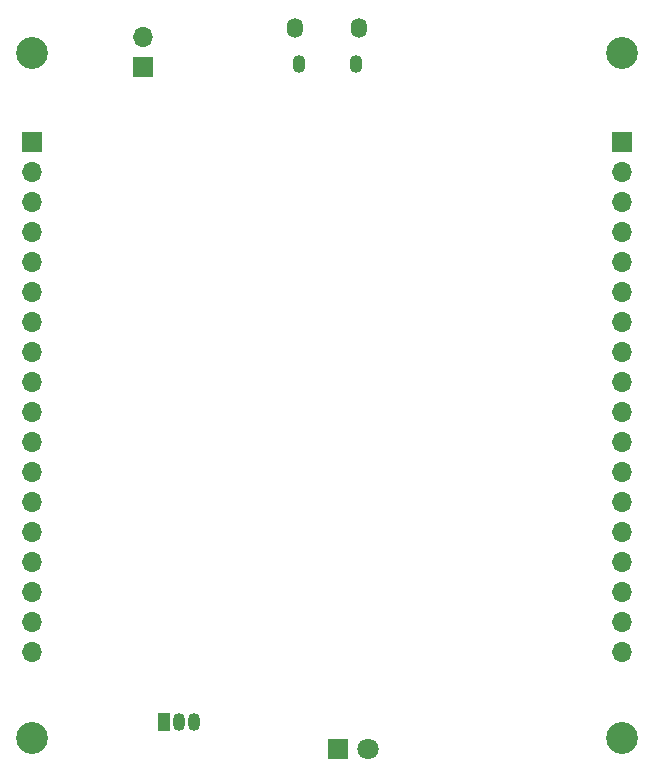
<source format=gbr>
%TF.GenerationSoftware,KiCad,Pcbnew,8.0.2-1*%
%TF.CreationDate,2024-05-28T19:32:54-07:00*%
%TF.ProjectId,BroncoSpaceRP2040,42726f6e-636f-4537-9061-636552503230,rev?*%
%TF.SameCoordinates,Original*%
%TF.FileFunction,Soldermask,Bot*%
%TF.FilePolarity,Negative*%
%FSLAX46Y46*%
G04 Gerber Fmt 4.6, Leading zero omitted, Abs format (unit mm)*
G04 Created by KiCad (PCBNEW 8.0.2-1) date 2024-05-28 19:32:54*
%MOMM*%
%LPD*%
G01*
G04 APERTURE LIST*
%ADD10C,2.700000*%
%ADD11R,1.700000X1.700000*%
%ADD12O,1.700000X1.700000*%
%ADD13O,1.350000X1.700000*%
%ADD14O,1.100000X1.500000*%
%ADD15R,1.800000X1.800000*%
%ADD16C,1.800000*%
%ADD17R,1.050000X1.500000*%
%ADD18O,1.050000X1.500000*%
G04 APERTURE END LIST*
D10*
%TO.C,H3*%
X5000000Y5000000D03*
%TD*%
D11*
%TO.C,J4*%
X55000000Y55500000D03*
D12*
X55000000Y52960000D03*
X55000000Y50420000D03*
X55000000Y47880000D03*
X55000000Y45340000D03*
X55000000Y42800000D03*
X55000000Y40260000D03*
X55000000Y37720000D03*
X55000000Y35180000D03*
X55000000Y32640000D03*
X55000000Y30100000D03*
X55000000Y27560000D03*
X55000000Y25020000D03*
X55000000Y22480000D03*
X55000000Y19940000D03*
X55000000Y17400000D03*
X55000000Y14860000D03*
X55000000Y12320000D03*
%TD*%
D10*
%TO.C,H2*%
X55000000Y63000000D03*
%TD*%
D11*
%TO.C,J2*%
X14410000Y61870000D03*
D12*
X14410000Y64410000D03*
%TD*%
D10*
%TO.C,H1*%
X5000000Y63000000D03*
%TD*%
%TO.C,H4*%
X55000000Y5000000D03*
%TD*%
D11*
%TO.C,J3*%
X5000000Y55500000D03*
D12*
X5000000Y52960000D03*
X5000000Y50420000D03*
X5000000Y47880000D03*
X5000000Y45340000D03*
X5000000Y42800000D03*
X5000000Y40260000D03*
X5000000Y37720000D03*
X5000000Y35180000D03*
X5000000Y32640000D03*
X5000000Y30100000D03*
X5000000Y27560000D03*
X5000000Y25020000D03*
X5000000Y22480000D03*
X5000000Y19940000D03*
X5000000Y17400000D03*
X5000000Y14860000D03*
X5000000Y12320000D03*
%TD*%
D13*
%TO.C,J1*%
X32755000Y65115000D03*
D14*
X32445000Y62115000D03*
X27605000Y62115000D03*
D13*
X27295000Y65115000D03*
%TD*%
D15*
%TO.C,D1*%
X30950000Y4100000D03*
D16*
X33490000Y4100000D03*
%TD*%
D17*
%TO.C,Q1*%
X16200000Y6370000D03*
D18*
X17470000Y6370000D03*
X18740000Y6370000D03*
%TD*%
M02*

</source>
